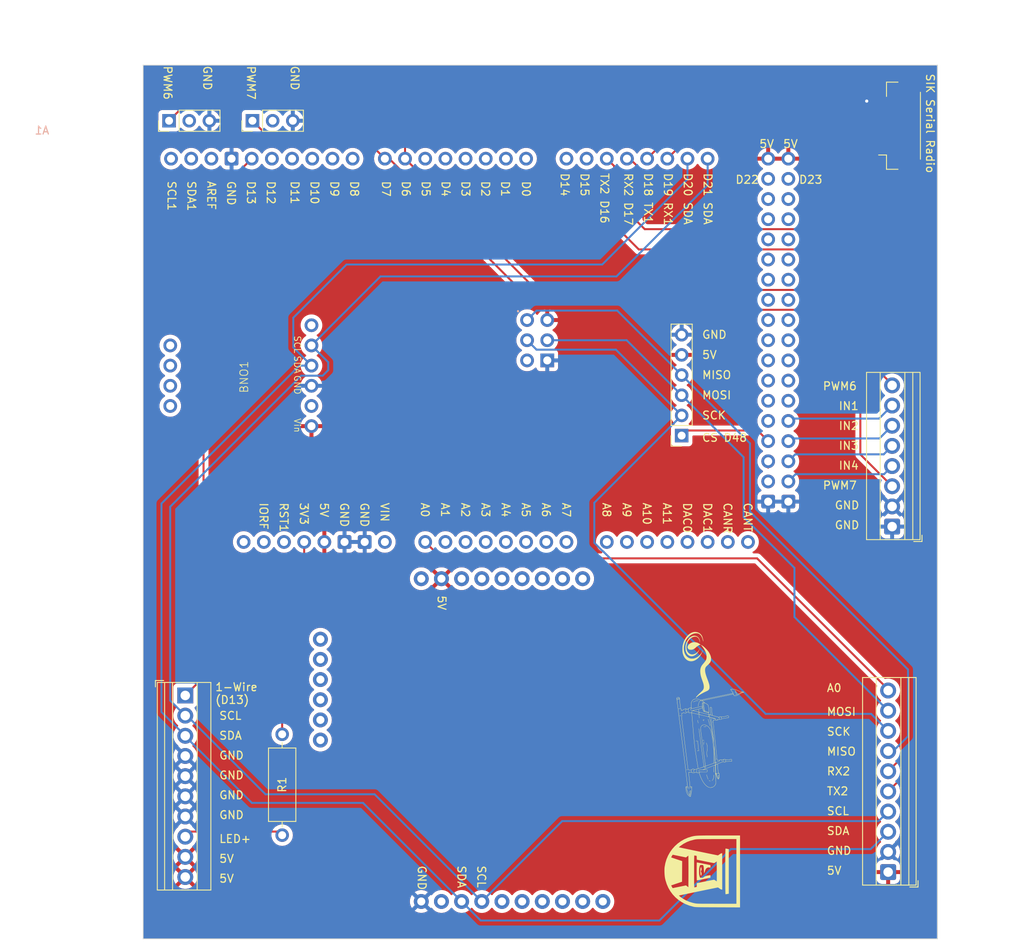
<source format=kicad_pcb>
(kicad_pcb (version 20240108) (generator "pcbnew") (generator_version "8.0")
  (layers (0 "F.Cu" signal) (31 "B.Cu" signal) (34 "B.Paste" user) (35 "F.Paste" user) (36 "B.SilkS" user "B.Silkscreen") (37 "F.SilkS" user "F.Silkscreen") (38 "B.Mask" user) (39 "F.Mask" user) (44 "Edge.Cuts" user))
  (net 0 "")
  (net 1 "VCC_5V")
  (net 2 "1-Wire")
  (net 22 "CS")
  (net 28 "TX2")
  (net 30 "TX1_GIGA")
  (net 31 "RX1_GIGA")
  (net 32 "SDA")
  (net 33 "SCL")
  (net 49 "IN2")
  (net 50 "IN1")
  (net 51 "unconnected-(A1-PadD50)")
  (net 52 "IN3")
  (net 54 "IN4")
  (net 57 "GND")
  (net 59 "MISO")
  (net 60 "MOSI")
  (net 63 "SCK")
  (net 95 "PWM_D7")
  (net 100 "RX2")
  (net 102 "A0")
  (net 108 "PWM_D6")
  (net 109 "3V3")
  (net 113 "Net-(J6-Pin_8)")
  (footprint "TerminalBlock:TerminalBlock_Xinya_XY308-2.54-8P_1x08_P2.54mm_Horizontal" (layer "F.Cu") (at 244.3 108.1 90)
    (property "Reference" "J8" (hide yes))
    (property "Value" "Conn_01x08_Socket")
    (pad "1" thru_hole roundrect (at 0 0 90) (size 2 2) (drill 1.2) (layers "*.Cu" "*.Mask") (roundrect_rratio 0.125) (net 57 "GND"))
    (pad "2" thru_hole circle (at 2.54 0 90) (size 2 2) (drill 1.2) (layers "*.Cu" "*.Mask") (net 57 "GND"))
    (pad "3" thru_hole circle (at 5.08 0 90) (size 2 2) (drill 1.2) (layers "*.Cu" "*.Mask") (net 95 "PWM_D7"))
    (pad "4" thru_hole circle (at 7.62 0 90) (size 2 2) (drill 1.2) (layers "*.Cu" "*.Mask") (net 54 "IN4"))
    (pad "5" thru_hole circle (at 10.16 0 90) (size 2 2) (drill 1.2) (layers "*.Cu" "*.Mask") (net 52 "IN3"))
    (pad "6" thru_hole circle (at 12.7 0 90) (size 2 2) (drill 1.2) (layers "*.Cu" "*.Mask") (net 49 "IN2"))
    (pad "7" thru_hole circle (at 15.24 0 90) (size 2 2) (drill 1.2) (layers "*.Cu" "*.Mask") (net 50 "IN1"))
    (pad "8" thru_hole circle (at 17.78 0 90) (size 2 2) (drill 1.2) (layers "*.Cu" "*.Mask") (net 108 "PWM_D6"))
  )
  (footprint "Graphics:water" (layer "F.Cu") (at 221.215939 127.746527 -90)
    (property "Reference" "G***" (hide yes))
    (property "Value" "LOGO" (hide yes))
  )
  (footprint "Connector_JST:JST_GH_SM06B-GHS-TB_1x06-1MP_P1.25mm_Horizontal" (layer "F.Cu") (at 245.3 57.625 90)
    (property "Reference" "J3" (hide yes))
    (property "Value" "Conn_01x06_Socket")
    (pad "1" smd roundrect (at -3.125 -1.85 90) (size 0.8 1.9) (layers "F.Cu" "F.Paste" "F.Mask") (net 1 "VCC_5V"))
    (pad "2" smd roundrect (at -1.875 -1.85 90) (size 0.8 1.9) (layers "F.Cu" "F.Paste" "F.Mask") (net 30 "TX1_GIGA"))
    (pad "3" smd roundrect (at -0.625 -1.85 90) (size 0.8 1.9) (layers "F.Cu" "F.Paste" "F.Mask") (net 31 "RX1_GIGA"))
    (pad "4" smd roundrect (at 0.625 -1.85 90) (size 0.8 1.9) (layers "F.Cu" "F.Paste" "F.Mask"))
    (pad "5" smd roundrect (at 1.875 -1.85 90) (size 0.8 1.9) (layers "F.Cu" "F.Paste" "F.Mask"))
    (pad "6" smd roundrect (at 3.125 -1.85 90) (size 0.8 1.9) (layers "F.Cu" "F.Paste" "F.Mask") (net 57 "GND"))
    (pad "MP" smd roundrect (at -5.1375 1.35 90) (size 1.325 2.7) (layers "F.Cu" "F.Paste" "F.Mask"))
    (pad "MP" smd roundrect (at 5.1375 1.35 90) (size 1.325 2.7) (layers "F.Cu" "F.Paste" "F.Mask"))
  )
  (footprint "ZedF9P:SparkfunZedF9P" (layer "F.Cu") (at 193.3 136.505)
    (property "Reference" "ZED-F9P1" (hide yes))
    (property "Value" "~" (hide yes))
    (pad "" thru_hole circle (at -20.985 -14.225) (size 1.8796 1.8796) (drill 1.016) (layers "*.Cu" "*.Mask"))
    (pad "" thru_hole circle (at -20.985 -4.065) (size 1.8796 1.8796) (drill 1.016) (layers "*.Cu" "*.Mask"))
    (pad "1" thru_hole circle (at 12.035 -21.845 270) (size 1.8796 1.8796) (drill 1.016) (layers "*.Cu" "*.Mask"))
    (pad "2" thru_hole circle (at 9.495 -21.845 270) (size 1.8796 1.8796) (drill 1.016) (layers "*.Cu" "*.Mask"))
    (pad "3" thru_hole circle (at 6.955 -21.845 270) (size 1.8796 1.8796) (drill 1.016) (layers "*.Cu" "*.Mask"))
    (pad "4" thru_hole circle (at 4.415 -21.845 270) (size 1.8796 1.8796) (drill 1.016) (layers "*.Cu" "*.Mask"))
    (pad "5" thru_hole circle (at 1.875 -21.845 270) (size 1.8796 1.8796) (drill 1.016) (layers "*.Cu" "*.Mask"))
    (pad "6" thru_hole circle (at -0.665 -21.845 270) (size 1.8796 1.8796) (drill 1.016) (layers "*.Cu" "*.Mask"))
    (pad "7" thru_hole circle (at -3.205 -21.845 270) (size 1.8796 1.8796) (drill 1.016) (layers "*.Cu" "*.Mask"))
    (pad "8" thru_hole circle (at -5.745 -21.845 270) (size 1.8796 1.8796) (drill 1.016) (layers "*.Cu" "*.Mask") (net 1 "VCC_5V"))
    (pad "9" thru_hole circle (at -8.285 -21.845 270) (size 1.8796 1.8796) (drill 1.016) (layers "*.Cu" "*.Mask"))
    (pad "10" thru_hole circle (at -20.985 -11.685) (size 1.8796 1.8796) (drill 1.016) (layers "*.Cu" "*.Mask"))
    (pad "11" thru_hole circle (at -20.985 -9.145) (size 1.8796 1.8796) (drill 1.016) (layers "*.Cu" "*.Mask"))
    (pad "12" thru_hole circle (at -20.985 -6.605) (size 1.8796 1.8796) (drill 1.016) (layers "*.Cu" "*.Mask"))
    (pad "13" thru_hole circle (at -20.985 -1.525) (size 1.8796 1.8796) (drill 1.016) (layers "*.Cu" "*.Mask"))
    (pad "14" thru_hole circle (at -8.285 18.795 90) (size 1.8796 1.8796) (drill 1.016) (layers "*.Cu" "*.Mask") (net 57 "GND"))
    (pad "15" thru_hole circle (at -5.745 18.795 90) (size 1.8796 1.8796) (drill 1.016) (layers "*.Cu" "*.Mask"))
    (pad "16" thru_hole circle (at -3.205 18.795 90) (size 1.8796 1.8796) (drill 1.016) (layers "*.Cu" "*.Mask") (net 32 "SDA"))
    (pad "17" thru_hole circle (at -0.665 18.795 90) (size 1.8796 1.8796) (drill 1.016) (layers "*.Cu" "*.Mask") (net 33 "SCL"))
    (pad "18" thru_hole circle (at 1.875 18.795 90) (size 1.8796 1.8796) (drill 1.016) (layers "*.Cu" "*.Mask"))
    (pad "19" thru_hole circle (at 4.415 18.795 90) (size 1.8796 1.8796) (drill 1.016) (layers "*.Cu" "*.Mask"))
    (pad "20" thru_hole circle (at 6.955 18.795 90) (size 1.8796 1.8796) (drill 1.016) (layers "*.Cu" "*.Mask"))
    (pad "21" thru_hole circle (at 9.495 18.795 90) (size 1.8796 1.8796) (drill 1.016) (layers "*.Cu" "*.Mask"))
    (pad "22" thru_hole circle (at 12.035 18.795 90) (size 1.8796 1.8796) (drill 1.016) (layers "*.Cu" "*.Mask"))
    (pad "23" thru_hole circle (at 14.575 18.795 90) (size 1.8796 1.8796) (drill 1.016) (layers "*.Cu" "*.Mask"))
  )
  (footprint "Graphics:boat" (layer "F.Cu") (at 221.2 135.5 -90)
    (property "Reference" "G***" (hide yes))
    (property "Value" "LOGO" (hide yes))
  )
  (footprint "Connector_PinSocket_2.54mm:PinSocket_1x06_P2.54mm_Vertical" (layer "F.Cu") (at 217.8 96.64 180)
    (property "Reference" "J1" (hide yes))
    (property "Value" "Conn_01x06_Socket")
    (pad "1" thru_hole rect (at 0 0 180) (size 1.7 1.7) (drill 1) (layers "*.Cu" "*.Mask") (net 22 "CS"))
    (pad "2" thru_hole oval (at 0 2.54 180) (size 1.7 1.7) (drill 1) (layers "*.Cu" "*.Mask") (net 63 "SCK"))
    (pad "3" thru_hole oval (at 0 5.08 180) (size 1.7 1.7) (drill 1) (layers "*.Cu" "*.Mask") (net 60 "MOSI"))
    (pad "4" thru_hole oval (at 0 7.62 180) (size 1.7 1.7) (drill 1) (layers "*.Cu" "*.Mask") (net 59 "MISO"))
    (pad "5" thru_hole oval (at 0 10.16 180) (size 1.7 1.7) (drill 1) (layers "*.Cu" "*.Mask") (net 1 "VCC_5V"))
    (pad "6" thru_hole oval (at 0 12.7 180) (size 1.7 1.7) (drill 1) (layers "*.Cu" "*.Mask") (net 57 "GND"))
  )
  (footprint "Connector_PinHeader_2.54mm:PinHeader_1x03_P2.54mm_Vertical" (layer "F.Cu") (at 153.26 57 90)
    (property "Reference" "J7" (hide yes))
    (property "Value" "Conn_01x02_Socket" (hide yes))
    (pad "1" thru_hole rect (at 0 0 90) (size 1.7 1.7) (drill 1) (layers "*.Cu" "*.Mask") (net 108 "PWM_D6"))
    (pad "2" thru_hole oval (at 0 2.54 90) (size 1.7 1.7) (drill 1) (layers "*.Cu" "*.Mask"))
    (pad "3" thru_hole oval (at 0 5.08 90) (size 1.7 1.7) (drill 1) (layers "*.Cu" "*.Mask") (net 57 "GND"))
  )
  (footprint "Graphics:AU" (layer "F.Cu") (at 220.4 151.5 -90)
    (property "Reference" "G***" (hide yes))
    (property "Value" "LOGO" (hide yes))
  )
  (footprint "Resistor_THT:R_Axial_DIN0309_L9.0mm_D3.2mm_P12.70mm_Horizontal" (layer "F.Cu") (at 167.5 134.25 -90)
    (property "Reference" "R1" (at 6.35 0 90) (layer "F.SilkS"))
    (property "Value" "R_US")
    (pad "1" thru_hole oval (at 0 0 270) (size 1.7 1.7) (drill 1) (layers "*.Cu" "*.Mask") (net 109 "3V3"))
    (pad "2" thru_hole oval (at 12.7 0 270) (size 1.7 1.7) (drill 1) (layers "*.Cu" "*.Mask") (net 113 "Net-(J6-Pin_8)"))
  )
  (footprint "TerminalBlock:TerminalBlock_Xinya_XY308-2.54-10P_1x10_P2.54mm_Horizontal" (layer "F.Cu") (at 155.3 129.36 -90)
    (property "Reference" "J6" (hide yes))
    (property "Value" "Conn_01x10_Socket")
    (pad "1" thru_hole rect (at 0 0 270) (size 2 2) (drill 1.2) (layers "*.Cu" "*.Mask") (net 2 "1-Wire"))
    (pad "2" thru_hole circle (at 2.54 0 270) (size 2 2) (drill 1.2) (layers "*.Cu" "*.Mask") (net 33 "SCL"))
    (pad "3" thru_hole circle (at 5.08 0 270) (size 2 2) (drill 1.2) (layers "*.Cu" "*.Mask") (net 32 "SDA"))
    (pad "4" thru_hole circle (at 7.62 0 270) (size 2 2) (drill 1.2) (layers "*.Cu" "*.Mask") (net 57 "GND"))
    (pad "5" thru_hole circle (at 10.16 0 270) (size 2 2) (drill 1.2) (layers "*.Cu" "*.Mask") (net 57 "GND"))
    (pad "6" thru_hole circle (at 12.7 0 270) (size 2 2) (drill 1.2) (layers "*.Cu" "*.Mask") (net 57 "GND"))
    (pad "7" thru_hole circle (at 15.24 0 270) (size 2 2) (drill 1.2) (layers "*.Cu" "*.Mask") (net 57 "GND"))
    (pad "8" thru_hole circle (at 17.78 0 270) (size 2 2) (drill 1.2) (layers "*.Cu" "*.Mask") (net 113 "Net-(J6-Pin_8)"))
    (pad "9" thru_hole circle (at 20.32 0 270) (size 2 2) (drill 1.2) (layers "*.Cu" "*.Mask") (net 1 "VCC_5V"))
    (pad "10" thru_hole circle (at 22.86 0 270) (size 2 2) (drill 1.2) (layers "*.Cu" "*.Mask") (net 1 "VCC_5V"))
  )
  (footprint "Connector_PinHeader_2.54mm:PinHeader_1x03_P2.54mm_Vertical" (layer "F.Cu") (at 163.76 57 90)
    (property "Reference" "J9" (hide yes))
    (property "Value" "Conn_01x02_Socket" (hide yes))
    (pad "1" thru_hole rect (at 0 0 90) (size 1.7 1.7) (drill 1) (layers "*.Cu" "*.Mask") (net 95 "PWM_D7"))
    (pad "2" thru_hole oval (at 0 2.54 90) (size 1.7 1.7) (drill 1) (layers "*.Cu" "*.Mask"))
    (pad "3" thru_hole oval (at 0 5.08 90) (size 1.7 1.7) (drill 1) (layers "*.Cu" "*.Mask") (net 57 "GND"))
  )
  (footprint "AdafruitBNO:BNOAdafruit" (layer "F.Cu") (at 163.209 89.265 90)
    (property "Reference" "BNO1" (at 0 -0.5 90) (layer "F.SilkS") (effects (font (thickness 0.1))))
    (property "Value" "~")
    (fp_text user "SCL" (at 4.097 6.203 -90) (layer "F.SilkS") (effects (font (size 0.8 0.8) (thickness 0.097536))))
    (fp_text user "Vin" (at -6.096 6.203 -90) (layer "F.SilkS") (effects (font (size 0.8 0.8) (thickness 0.097536))))
    (fp_text user "GND" (at -0.983 6.203 -90) (layer "F.SilkS") (effects (font (size 0.8 0.8) (thickness 0.097536))))
    (fp_text user "SDA" (at 1.557 6.203 -90) (layer "F.SilkS") (effects (font (size 0.8 0.8) (thickness 0.097536))))
    (pad "1" thru_hole oval (at -6.185 7.981 90) (size 1.7272 1.7272) (drill 1.016) (layers "*.Cu" "*.Mask") (net 1 "VCC_5V"))
    (pad "2" thru_hole oval (at -3.645 7.981 90) (size 1.7272 1.7272) (drill 1.016) (layers "*.Cu" "*.Mask"))
    (pad "3" thru_hole oval (at -1.105 7.981 90) (size 1.7272 1.7272) (drill 1.016) (layers "*.Cu" "*.Mask") (net 57 "GND"))
    (pad "4" thru_hole oval (at 1.435 7.981 90) (size 1.7272 1.7272) (drill 1.016) (layers "*.Cu" "*.Mask") (net 32 "SDA"))
    (pad "5" thru_hole oval (at 3.975 7.981 90) (size 1.7272 1.7272) (drill 1.016) (layers "*.Cu" "*.Mask") (net 33 "SCL"))
    (pad "6" thru_hole oval (at 6.515 7.981 90) (size 1.7272 1.7272) (drill 1.016) (layers "*.Cu" "*.Mask"))
    (pad "7" thru_hole oval (at 3.975 -9.799 90) (size 1.7272 1.7272) (drill 1.016) (layers "*.Cu" "*.Mask"))
    (pad "8" thru_hole oval (at 1.435 -9.799 90) (size 1.7272 1.7272) (drill 1.016) (layers "*.Cu" "*.Mask"))
    (pad "9" thru_hole oval (at -1.105 -9.799 90) (size 1.7272 1.7272) (drill 1.016) (layers "*.Cu" "*.Mask"))
    (pad "10" thru_hole oval (at -3.645 -9.799 90) (size 1.7272 1.7272) (drill 1.016) (layers "*.Cu" "*.Mask"))
  )
  (footprint "PCM_arduino-library:Arduino_Giga_R1_WiFi_Shield" (layer "F.Cu") (at 134.712 112.574)
    (property "Reference" "A1" (at 2.54 -54.356 0) (layer "B.SilkS") (effects (justify mirror)))
    (property "Value" "Arduino_Giga_R1_WiFi_Shield")
    (fp_text user "." (at 62.484 -32.004 0) (layer "B.SilkS"))
    (fp_text user "." (at 62.484 -32.004 0) (layer "F.SilkS"))
    (fp_text user "D0" (at 63.5 -46.99 -90) (layer "F.SilkS"))
    (pad "" thru_hole oval (at 27.94 -2.54) (size 1.7272 1.7272) (drill 1.016) (layers "*.Cu" "*.Mask"))
    (pad "3V3" thru_hole oval (at 35.56 -2.54) (size 1.7272 1.7272) (drill 1.016) (layers "*.Cu" "*.Mask") (net 109 "3V3"))
    (pad "5V1" thru_hole oval (at 38.1 -2.54) (size 1.7272 1.7272) (drill 1.016) (layers "*.Cu" "*.Mask") (net 1 "VCC_5V"))
    (pad "5V2" thru_hole oval (at 66.167 -30.48) (size 1.7272 1.7272) (drill 1.016) (layers "*.Cu" "*.Mask") (net 1 "VCC_5V"))
    (pad "5V3" thru_hole oval (at 93.98 -50.8) (size 1.7272 1.7272) (drill 1.016) (layers "*.Cu" "*.Mask") (net 1 "VCC_5V"))
    (pad "5V4" thru_hole oval (at 96.52 -50.8) (size 1.7272 1.7272) (drill 1.016) (layers "*.Cu" "*.Mask") (net 1 "VCC_5V"))
    (pad "A0" thru_hole oval (at 50.8 -2.54) (size 1.7272 1.7272) (drill 1.016) (layers "*.Cu" "*.Mask") (net 102 "A0"))
    (pad "A1" thru_hole oval (at 53.34 -2.54) (size 1.7272 1.7272) (drill 1.016) (layers "*.Cu" "*.Mask"))
    (pad "A2" thru_hole oval (at 55.88 -2.54) (size 1.7272 1.7272) (drill 1.016) (layers "*.Cu" "*.Mask"))
    (pad "A3" thru_hole oval (at 58.42 -2.54) (size 1.7272 1.7272) (drill 1.016) (layers "*.Cu" "*.Mask"))
    (pad "A4" thru_hole oval (at 60.96 -2.54) (size 1.7272 1.7272) (drill 1.016) (layers "*.Cu" "*.Mask"))
    (pad "A5" thru_hole oval (at 63.5 -2.54) (size 1.7272 1.7272) (drill 1.016) (layers "*.Cu" "*.Mask"))
    (pad "A6" thru_hole oval (at 66.04 -2.54) (size 1.7272 1.7272) (drill 1.016) (layers "*.Cu" "*.Mask"))
    (pad "A7" thru_hole oval (at 68.58 -2.54) (size 1.7272 1.7272) (drill 1.016) (layers "*.Cu" "*.Mask"))
    (pad "A8" thru_hole oval (at 73.66 -2.54) (size 1.7272 1.7272) (drill 1.016) (layers "*.Cu" "*.Mask"))
    (pad "A9" thru_hole oval (at 76.2 -2.54) (size 1.7272 1.7272) (drill 1.016) (layers "*.Cu" "*.Mask"))
    (pad "A10" thru_hole oval (at 78.74 -2.54) (size 1.7272 1.7272) (drill 1.016) (layers "*.Cu" "*.Mask"))
    (pad "A11" thru_hole oval (at 81.28 -2.54) (size 1.7272 1.7272) (drill 1.016) (layers "*.Cu" "*.Mask"))
    (pad "AREF" thru_hole oval (at 23.876 -50.8) (size 1.7272 1.7272) (drill 1.016) (layers "*.Cu" "*.Mask"))
    (pad "CANR" thru_hole oval (at 88.9 -2.54) (size 1.7272 1.7272) (drill 1.016) (layers "*.Cu" "*.Mask"))
    (pad "CANT" thru_hole oval (at 91.44 -2.54) (size 1.7272 1.7272) (drill 1.016) (layers "*.Cu" "*.Mask"))
    (pad "D0" thru_hole oval (at 63.5 -50.8) (size 1.7272 1.7272) (drill 1.016) (layers "*.Cu" "*.Mask"))
    (pad "D1" thru_hole oval (at 60.96 -50.8) (size 1.7272 1.7272) (drill 1.016) (layers "*.Cu" "*.Mask"))
    (pad "D2" thru_hole oval (at 58.42 -50.8) (size 1.7272 1.7272) (drill 1.016) (layers "*.Cu" "*.Mask"))
    (pad "D3" thru_hole oval (at 55.88 -50.8) (size 1.7272 1.7272) (drill 1.016) (layers "*.Cu" "*.Mask"))
    (pad "D4" thru_hole oval (at 53.34 -50.8) (size 1.7272 1.7272) (drill 1.016) (layers "*.Cu" "*.Mask"))
    (pad "D5" thru_hole oval (at 50.8 -50.8) (size 1.7272 1.7272) (drill 1.016) (layers "*.Cu" "*.Mask"))
    (pad "D6" thru_hole oval (at 48.26 -50.8) (size 1.7272 1.7272) (drill 1.016) (layers "*.Cu" "*.Mask") (net 108 "PWM_D6"))
    (pad "D7" thru_hole oval (at 45.72 -50.8) (size 1.7272 1.7272) (drill 1.016) (layers "*.Cu" "*.Mask") (net 95 "PWM_D7"))
    (pad "D8" thru_hole oval (at 41.656 -50.8) (size 1.7272 1.7272) (drill 1.016) (layers "*.Cu" "*.Mask"))
    (pad "D9" thru_hole oval (at 39.116 -50.8) (size 1.7272 1.7272) (drill 1.016) (layers "*.Cu" "*.Mask"))
    (pad "D10" thru_hole oval (at 36.576 -50.8) (size 1.7272 1.7272) (drill 1.016) (layers "*.Cu" "*.Mask"))
    (pad "D11" thru_hole oval (at 34.036 -50.8) (size 1.7272 1.7272) (drill 1.016) (layers "*.Cu" "*.Mask"))
    (pad "D12" thru_hole oval (at 31.496 -50.8) (size 1.7272 1.7272) (drill 1.016) (layers "*.Cu" "*.Mask"))
    (pad "D13" thru_hole oval (at 28.956 -50.8) (size 1.7272 1.7272) (drill 1.016) (layers "*.Cu" "*.Mask") (net 2 "1-Wire"))
    (pad "D14" thru_hole oval (at 68.58 -50.8) (size 1.7272 1.7272) (drill 1.016) (layers "*.Cu" "*.Mask"))
    (pad "D15" thru_hole oval (at 71.12 -50.8) (size 1.7272 1.7272) (drill 1.016) (layers "*.Cu" "*.Mask"))
    (pad "D16" thru_hole oval (at 73.66 -50.8) (size 1.7272 1.7272) (drill 1.016) (layers "*.Cu" "*.Mask") (net 28 "TX2"))
    (pad "D17" thru_hole oval (at 76.2 -50.8) (size 1.7272 1.7272) (drill 1.016) (layers "*.Cu" "*.Mask") (net 100 "RX2"))
    (pad "D18" thru_hole oval (at 78.74 -50.8) (size 1.7272 1.7272) (drill 1.016) (layers "*.Cu" "*.Mask") (net 30 "TX1_GIGA"))
    (pad "D19" thru_hole oval (at 81.28 -50.8) (size 1.7272 1.7272) (drill 1.016) (layers "*.Cu" "*.Mask") (net 31 "RX1_GIGA"))
    (pad "D20" thru_hole oval (at 83.82 -50.8) (size 1.7272 1.7272) (drill 1.016) (layers "*.Cu" "*.Mask") (net 32 "SDA"))
    (pad "D21" thru_hole oval (at 86.36 -50.8) (size 1.7272 1.7272) (drill 1.016) (layers "*.Cu" "*.Mask") (net 33 "SCL"))
    (pad "D22" thru_hole oval (at 93.98 -48.26) (size 1.7272 1.7272) (drill 1.016) (layers "*.Cu" "*.Mask"))
    (pad "D23" thru_hole oval (at 96.52 -48.26) (size 1.7272 1.7272) (drill 1.016) (layers "*.Cu" "*.Mask"))
    (pad "D24" thru_hole oval (at 93.98 -45.72) (size 1.7272 1.7272) (drill 1.016) (layers "*.Cu" "*.Mask"))
    (pad "D25" thru_hole oval (at 96.52 -45.72) (size 1.7272 1.7272) (drill 1.016) (layers "*.Cu" "*.Mask"))
    (pad "D26" thru_hole oval (at 93.98 -43.18) (size 1.7272 1.7272) (drill 1.016) (layers "*.Cu" "*.Mask"))
    (pad "D27" thru_hole oval (at 96.52 -43.18) (size 1.7272 1.7272) (drill 1.016) (layers "*.Cu" "*.Mask"))
    (pad "D28" thru_hole oval (at 93.98 -40.64) (size 1.7272 1.7272) (drill 1.016) (layers "*.Cu" "*.Mask"))
    (pad "D29" thru_hole oval (at 96.52 -40.64) (size 1.7272 1.7272) (drill 1.016) (layers "*.Cu" "*.Mask"))
    (pad "D30" thru_hole oval (at 93.98 -38.1) (size 1.7272 1.7272) (drill 1.016) (layers "*.Cu" "*.Mask"))
    (pad "D31" thru_hole oval (at 96.52 -38.1) (size 1.7272 1.7272) (drill 1.016) (layers "*.Cu" "*.Mask"))
    (pad "D32" thru_hole oval (at 93.98 -35.56) (size 1.7272 1.7272) (drill 1.016) (layers "*.Cu" "*.Mask"))
    (pad "D33" thru_hole oval (at 96.52 -35.56) (size 1.7272 1.7272) (drill 1.016) (layers "*.Cu" "*.Mask"))
    (pad "D34" thru_hole oval (at 93.98 -33.02) (size 1.7272 1.7272) (drill 1.016) (layers "*.Cu" "*.Mask"))
    (pad "D35" thru_hole oval (at 96.52 -33.02) (size 1.7272 1.7272) (drill 1.016) (layers "*.Cu" "*.Mask"))
    (pad "D36" thru_hole oval (at 93.98 -30.48) (size 1.7272 1.7272) (drill 1.016) (layers "*.Cu" "*.Mask"))
    (pad "D37" thru_hole oval (at 96.52 -30.48) (size 1.7272 1.7272) (drill 1.016) (layers "*.Cu" "*.Mask"))
    (pad "D38" thru_hole oval (at 93.98 -27.94) (size 1.7272 1.7272) (drill 1.016) (layers "*.Cu" "*.Mask"))
    (pad "D39" thru_hole oval (at 96.52 -27.94) (size 1.7272 1.7272) (drill 1.016) (layers "*.Cu" "*.Mask"))
    (pad "D40" thru_hole oval (at 93.98 -25.4) (size 1.7272 1.7272) (drill 1.016) (layers "*.Cu" "*.Mask"))
    (pad "D41" thru_hole oval (at 96.52 -25.4) (size 1.7272 1.7272) (drill 1.016) (layers "*.Cu" "*.Mask"))
    (pad "D42" thru_hole oval (at 93.98 -22.86) (size 1.7272 1.7272) (drill 1.016) (layers "*.Cu" "*.Mask"))
    (pad "D43" thru_hole oval (at 96.52 -22.86) (size 1.7272 1.7272) (drill 1.016) (layers "*.Cu" "*.Mask"))
    (pad "D44" thru_hole oval (at 93.98 -20.32) (size 1.7272 1.7272) (drill 1.016) (layers "*.Cu" "*.Mask"))
    (pad "D45" thru_hole oval (at 96.52 -20.32) (size 1.7272 1.7272) (drill 1.016) (layers "*.Cu" "*.Mask"))
    (pad "D46" thru_hole oval (at 93.98 -17.78) (size 1.7272 1.7272) (drill 1.016) (layers "*.Cu" "*.Mask"))
    (pad "D47" thru_hole oval (at 96.52 -17.78) (size 1.7272 1.7272) (drill 1.016) (layers "*.Cu" "*.Mask") (net 50 "IN1"))
    (pad "D48" thru_hole oval (at 93.98 -15.24) (size 1.7272 1.7272) (drill 1.016) (layers "*.Cu" "*.Mask") (net 22 "CS"))
    (pad "D49" thru_hole oval (at 96.52 -15.24) (size 1.7272 1.7272) (drill 1.016) (layers "*.Cu" "*.Mask") (net 49 "IN2"))
    (pad "D50" thru_hole oval (at 93.98 -12.7) (size 1.7272 1.7272) (drill 1.016) (layers "*.Cu" "*.Mask") (net 51 "unconnected-(A1-PadD50)"))
    (pad "D51" thru_hole oval (at 96.52 -12.7) (size 1.7272 1.7272) (drill 1.016) (layers "*.Cu" "*.Mask") (net 52 "IN3"))
    (pad "D52" thru_hole oval (at 93.98 -10.16) (size 1.7272 1.7272) (drill 1.016) (layers "*.Cu" "*.Mask"))
    (pad "D53" thru_hole oval (at 96.52 -10.16) (size 1.7272 1.7272) (drill 1.016) (layers "*.Cu" "*.Mask") (net 54 "IN4"))
    (pad "DAC0" thru_hole oval (at 83.82 -2.54) (size 1.7272 1.7272) (drill 1.016) (layers "*.Cu" "*.Mask"))
    (pad "DAC1" thru_hole oval (at 86.36 -2.54) (size 1.7272 1.7272) (drill 1.016) (layers "*.Cu" "*.Mask"))
    (pad "GND1" thru_hole roundrect (at 26.416 -50.8) (size 1.7272 1.7272) (drill 1.016) (layers "*.Cu" "*.Mask") (roundrect_rratio 0.1447429365) (net 57 "GND"))
    (pad "GND2" thru_hole roundrect (at 40.64 -2.54) (size 1.7272 1.7272) (drill 1.016) (layers "*.Cu" "*.Mask") (roundrect_rratio 0.1447429365) (net 57 "GND"))
    (pad "GND3" thru_hole roundrect (at 43.18 -2.54) (size 1.7272 1.7272) (drill 1.016) (layers "*.Cu" "*.Mask") (roundrect_rratio 0.1447429365) (net 57 "GND"))
    (pad "GND4" thru_hole rect (at 66.167 -25.4) (size 1.7272 1.7272) (drill 1.016) (layers "*.Cu" "*.Mask") (net 57 "GND"))
    (pad "GND5" thru_hole roundrect (at 93.98 -7.62) (size 1.7272 1.7272) (drill 1.016) (layers "*.Cu" "*.Mask") (roundrect_rratio 0.1447429365) (net 57 "GND"))
    (pad "GND6" thru_hole roundrect (at 96.52 -7.62) (size 1.7272 1.7272) (drill 1.016) (layers "*.Cu" "*.Mask") (roundrect_rratio 0.1447429365) (net 57 "GND"))
    (pad "IORF" thru_hole oval (at 30.48 -2.54) (size 1.7272 1.7272) (drill 1.016) (layers "*.Cu" "*.Mask"))
    (pad "MISO" thru_hole oval (at 63.627 -30.48) (size 1.7272 1.7272) (drill 1.016) (layers "*.Cu" "*.Mask") (net 59 "MISO"))
    (pad "MOSI" thru_hole oval (at 66.167 -27.94) (size 1.7272 1.7272) (drill 1.016) (layers "*.Cu" "*.Mask") (net 60 "MOSI"))
    (pad "RST1" thru_hole oval (at 33.02 -2.54) (size 1.7272 1.7272) (drill 1.016) (layers "*.Cu" "*.Mask"))
    (pad "RST2" thru_hole oval (at 63.627 -25.4) (size 1.7272 1.7272) (drill 1.016) (layers "*.Cu" "*.Mask"))
    (pad "SCK" thru_hole oval (at 63.627 -27.94) (size 1.7272 1.7272) (drill 1.016) (layers "*.Cu" "*.Mask") (net 63 "SCK"))
    (pad "SCL1" thru_hole oval (at 18.796 -50.8) (size 1.7272 1.7272) (drill 1.016) (layers "*.Cu" "*.Mask"))
    (pad "SDA1" thru_hole oval (at 21.336 -50.8) (size 1.7272 1.7272) (drill 1.016) (layers "*.Cu" "*.Mask"))
    (pad "VIN" thru_hole oval (at 45.72 -2.54) (size 1.7272 1.7272) (drill 1.016) (layers "*.Cu" "*.Mask"))
  )
  (footprint "TerminalBlock:TerminalBlock_Xinya_XY308-2.54-10P_1x10_P2.54mm_Horizontal" (layer "F.Cu") (at 243.8 151.6 90)
    (property "Reference" "J2" (hide yes))
    (property "Value" "Conn_01x08_Socket")
    (pad "1" thru_hole roundrect (at 0 0 90) (size 2 2) (drill 1.2) (layers "*.Cu" "*.Mask") (roundrect_rratio 0.125) (net 1 "VCC_5V"))
    (pad "2" thru_hole circle (at 2.54 0 90) (size 2 2) (drill 1.2) (layers "*.Cu" "*.Mask") (net 57 "GND"))
    (pad "3" thru_hole circle (at 5.08 0 90) (size 2 2) (drill 1.2) (layers "*.Cu" "*.Mask") (net 32 "SDA"))
    (pad "4" thru_hole circle (at 7.62 0 90) (size 2 2) (drill 1.2) (layers "*.Cu" "*.Mask") (net 33 "SCL"))
    (pad "5" thru_hole circle (at 10.16 0 90) (size 2 2) (drill 1.2) (layers "*.Cu" "*.Mask") (net 100 "RX2"))
    (pad "6" thru_hole circle (at 12.7 0 90) (size 2 2) (drill 1.2) (layers "*.Cu" "*.Mask") (net 28 "TX2"))
    (pad "7" thru_hole circle (at 15.24 0 90) (size 2 2) (drill 1.2) (layers "*.Cu" "*.Mask") (net 59 "MISO"))
    (pad "8" thru_hole circle (at 17.78 0 90) (size 2 2) (drill 1.2) (layers "*.Cu" "*.Mask") (net 63 "SCK"))
    (pad "9" thru_hole circle (at 20.32 0 90) (size 2 2) (drill 1.2) (layers "*.Cu" "*.Mask") (net 60 "MOSI"))
    (pad "10" thru_hole circle (at 22.86 0 90) (size 2 2) (drill 1.2) (layers "*.Cu" "*.Mask") (net 102 "A0"))
  )
  (gr_line (start 150 50) (end 250 50) (stroke (width 0.1)) (layer "Edge.Cuts"))
  (gr_line (start 250 160) (end 250 50) (stroke (width 0.1)) (layer "Edge.Cuts"))
  (gr_line (start 150 160) (end 250 160) (stroke (width 0.1)) (layer "Edge.Cuts"))
  (gr_line (start 150 50) (end 150 160) (stroke (width 0.1)) (layer "Edge.Cuts"))
  (gr_text "A4" (at 195.06 105 -90) (layer "F.SilkS") (effects (font (size 1 1)) (justify left bottom)))
  (gr_text "D6" (at 182.5 64.5 -90) (layer "F.SilkS") (effects (font (size 1 1)) (justify left bottom)))
  (gr_text "DAC1" (at 220.46 105 -90) (layer "F.SilkS") (effects (font (size 1 1)) (justify left bottom)))
  (gr_text "VIN" (at 179.82 105 -90) (layer "F.SilkS") (effects (font (size 1 1)) (justify left bottom)))
  (gr_text "RST1" (at 167.12 105 -90) (layer "F.SilkS") (effects (font (size 1 1)) (justify left bottom)))
  (gr_text "D10" (at 171 64.5 -90) (layer "F.SilkS") (effects (font (size 1 1)) (justify left bottom)))
  (gr_text "D9" (at 173.5 64.5 -90) (layer "F.SilkS") (effects (font (size 1 1)) (justify left bottom)))
  (gr_text "GND" (at 237 106 0) (layer "F.SilkS") (effects (font (size 1 1)) (justify left bottom)))
  (gr_text "RX2 D17" (at 210.5 63.5 270) (layer "F.SilkS") (effects (font (size 1 1)) (justify left bottom)))
  (gr_text "A10" (at 212.84 105 -90) (layer "F.SilkS") (effects (font (size 1 1)) (justify left bottom)))
  (gr_text "D13" (at 163 64.5 -90) (layer "F.SilkS") (effects (font (size 1 1)) (justify left bottom)))
  (gr_text "IN4" (at 237.5 101 0) (layer "F.SilkS") (effects (font (size 1 1)) (justify left bottom)))
  (gr_text "D2" (at 192.5 64.5 -90) (layer "F.SilkS") (effects (font (size 1 1)) (justify left bottom)))
  (gr_text "SCL" (at 236 144.5 0) (layer "F.SilkS") (effects (font (size 1 1)) (justify left bottom)))
  (gr_text "SCK" (at 236 134.5 0) (layer "F.SilkS") (effects (font (size 1 1)) (justify left bottom)))
  (gr_text "SCL" (at 192 150.7 270) (layer "F.SilkS") (effects (font (size 1 1)) (justify left bottom)))
  (gr_text "D14" (at 202.5 63.5 -90) (layer "F.SilkS") (effects (font (size 1 1)) (justify left bottom)))
  (gr_text "LED+" (at 159.5 148 0) (layer "F.SilkS") (effects (font (size 1 1)) (justify left bottom)))
  (gr_text "MISO" (at 220.3 89.6 0) (layer "F.SilkS") (effects (font (size 1 1)) (justify left bottom)))
  (gr_text "SCL1" (at 153 64.5 -90) (layer "F.SilkS") (effects (font (size 1 1)) (justify left bottom)))
  (gr_text "A6" (at 200.14 105 -90) (layer "F.SilkS") (effects (font (size 1 1)) (justify left bottom)))
  (gr_text "D11" (at 168.5 64.5 -90) (layer "F.SilkS") (effects (font (size 1 1)) (justify left bottom)))
  (gr_text "SCL" (at 159.5 132.5 0) (layer "F.SilkS") (effects (font (size 1 1)) (justify left bottom)))
  (gr_text "5V" (at 159.5 153 0) (layer "F.SilkS") (effects (font (size 1 1)) (justify left bottom)))
  (gr_text "D4" (at 187.5 64.5 -90) (layer "F.SilkS") (effects (font (size 1 1)) (justify left bottom)))
  (gr_text "PWM6" (at 152.5 50 270) (layer "F.SilkS") (effects (font (size 1 1)) (justify left bottom)))
  (gr_text "GND" (at 159.5 140 0) (layer "F.SilkS") (effects (font (size 1 1)) (justify left bottom)))
  (gr_text "DAC0" (at 217.92 105 -90) (layer "F.SilkS") (effects (font (size 1 1)) (justify left bottom)))
  (gr_text "A3" (at 192.52 105 -90) (layer "F.SilkS") (effects (font (size 1 1)) (justify left bottom)))
  (gr_text "IORF" (at 164.58 105 -90) (layer "F.SilkS") (effects (font (size 1 1)) (justify left bottom)))
  (gr_text "D3" (at 190 64.5 -90) (layer "F.SilkS") (effects (font (size 1 1)) (justify left bottom)))
  (gr_text "5V" (at 187 116.7 -90) (layer "F.SilkS") (effects (font (size 1 1)) (justify left bottom)))
  (gr_text "TX2" (at 236 142 0) (layer "F.SilkS") (effects (font (size 1 1)) (justify left bottom)))
  (gr_text "TX2 D16" (at 207.5 63.5 270) (layer "F.SilkS") (effects (font (size 1 1)) (justify left bottom)))
  (gr_text "RX2" (at 236 139.5 0) (layer "F.SilkS") (effects (font (size 1 1)) (justify left bottom)))
  (gr_text "D12" (at 165.5 64.5 -90) (layer "F.SilkS") (effects (font (size 1 1)) (justify left bottom)))
  (gr_text "A11" (at 215.38 105 -90) (layer "F.SilkS") (effects (font (size 1 1)) (justify left bottom)))
  (gr_text "1-Wire\n(D13)" (at 159 130.5 0) (layer "F.SilkS") (effects (font (size 1 1)) (justify left bottom)))
  (gr_text "A0" (at 236 129 0) (layer "F.SilkS") (effects (font (size 1 1)) (justify left bottom)))
  (gr_text "3V3" (at 169.66 105 -90) (layer "F.SilkS") (effects (font (size 1 1)) (justify left bottom)))
  (gr_text "GND" (at 157.5 50 -90) (layer "F.SilkS") (effects (font (size 1 1)) (justify left bottom)))
  (gr_text "5V" (at 236 152 0) (layer "F.SilkS") (effects (font (size 1 1)) (justify left bottom)))
  (gr_text "SDA" (at 189.5 150.7 -90) (layer "F.SilkS") (effects (font (size 1 1)) (justify left bottom)))
  (gr_text "PWM6" (at 235.5 91 0) (layer "F.SilkS") (effects (font (size 1 1)) (justify left bottom)))
  (gr_text "D21 SDA" (at 220.5 63.5 -90) (layer "F.SilkS") (effects (font (size 1 1)) (justify left bottom)))
  (gr_text "MOSI\n" (at 220.3 92.14 0) (layer "F.SilkS") (effects (font (size 1 1)) (justify left bottom)))
  (gr_text "SDA" (at 236 147 0) (layer "F.SilkS") (effects (font (size 1 1)) (justify left bottom)))
  (gr_text "IN2" (at 237.5 96 0) (layer "F.SilkS") (effects (font (size 1 1)) (justify left bottom)))
  (gr_text "GND" (at 159.5 137.5 0) (layer "F.SilkS") (effects (font (size 1 1)) (justify left bottom)))
  (gr_text "MOSI" (at 236 132 0) (layer "F.SilkS") (effects (font (size 1 1)) (justify left bottom)))
  (gr_text "D20 SDA" (at 218 63.5 270) (layer "F.SilkS") (effects (font (size 1 1)) (justify left bottom)))
  (gr_text "CANT" (at 225.54 105 -90) (layer "F.SilkS") (effects (font (size 1 1)) (justify left bottom)))
  (gr_text "IN1" (at 237.5 93.5 0) (layer "F.SilkS") (effects (font (size 1 1)) (justify left bottom)))
  (gr_text "GND" (at 159.5 145 0) (layer "F.SilkS") (effects (font (size 1 1)) (justify left bottom)))
  (gr_text "SCK" (at 220.3 94.68 0) (layer "F.SilkS") (effects (font (size 1 1)) (justify left bottom)))
  (gr_text "D22" (at 224.5 65 0) (layer "F.SilkS") (effects (font (size 1 1)) (justify left bottom)))
  (gr_text "A9" (at 210.3 105 -90) (layer "F.SilkS") (effects (font (size 1 1)) (justify left bottom)))
  (gr_text "GND" (at 220.3 84.52 0) (layer "F.SilkS") (effects (font (size 1 1)) (justify left bottom)))
  (gr_text "PWM7" (at 163 50 270) (layer "F.SilkS") (effects (font (size 1 1)) (justify left bottom)))
  (gr_text "GND" (at 168.5 50 -90) (layer "F.SilkS") (effects (font (size 1 1)) (justify left bottom)))
  (gr_text "IN3" (at 237.5 98.5 0) (layer "F.SilkS") (effects (font (size 1 1)) (justify left bottom)))
  (gr_text "A0" (at 184.9 105 -90) (layer "F.SilkS") (effects (font (size 1 1)) (justify left bottom)))
  (gr_text "CS D48\n\n" (at 220.3 99.1 0) (layer "F.SilkS") (effects (font (size 1 1)) (justify left bottom)))
  (gr_text "A8" (at 207.76 105 -90) (layer "F.SilkS") (effects (font (size 1 1)) (justify left bottom)))
  (gr_text "D15" (at 205 63.5 -90) (layer "F.SilkS") (effects (font (size 1 1)) (justify left bottom)))
  (gr_text "GND" (at 237 108.5 0) (layer "F.SilkS") (effects (font (size 1 1)) (justify left bottom)))
  (gr_text "5V" (at 230.5 60.5 0) (layer "F.SilkS") (effects (font (size 1 1)) (justify left bottom)))
  (gr_text "D23" (at 232.5 65 0) (layer "F.SilkS") (effects (font (size 1 1)) (justify left bottom)))
  (gr_text "D7" (at 180 64.5 -90) (layer "F.SilkS") (effects (font (size 1 1)) (justify left bottom)))
  (gr_text "GND" (at 184.5 150.7 -90) (layer "F.SilkS") (effects (font (size 1 1)) (justify left bottom)))
  (gr_text "5V" (at 220.3 87.06 0) (layer "F.SilkS") (effects (font (size 1 1)) (justify left bottom)))
  (gr_text "AREF" (at 158 64.5 -90) (layer "F.SilkS") (effects (font (size 1 1)) (justify left bottom)))
  (gr_text "A5" (at 197.6 105 -90) (layer "F.SilkS") (effects (font (size 1 1)) (justify left bottom)))
  (gr_text "SIK Serial Radio" (at 248.5 51 -90) (layer "F.SilkS") (effects (font (size 1 1)) (justify left bottom)))
  (gr_text "D8" (at 176 64.5 -90) (layer "F.SilkS") (effects (font (size 1 1)) (justify left bottom)))
  (gr_text "GND" (at 159.5 142.5 0) (layer "F.SilkS") (effects (font (size 1 1)) (justify left bottom)))
  (gr_text "D18 TX1" (at 213 63.5 270) (layer "F.SilkS") (effects (font (size 1 1)) (justify left bottom)))
  (gr_text "5V" (at 172.2 105 -90) (layer "F.SilkS") (effects (font (size 1 1)) (justify left bottom)))
  (gr_text "5V" (at 159.5 150.5 0) (layer "F.SilkS") (effects (font (size 1 1)) (justify left bottom)))
  (gr_text "PWM7" (at 235.5 103.5 0) (layer "F.SilkS") (effects (font (size 1 1)) (justify left bottom)))
  (gr_text "D19 RX1" (at 215.5 63.5 270) (layer "F.SilkS") (effects (font (size 1 1)) (justify left bottom)))
  (gr_text "GND" (at 160.5 64.5 -90) (layer "F.SilkS") (effects (font (size 1 1)) (justify left bottom)))
  (gr_text "D1" (at 195 64.5 -90) (layer "F.SilkS") (effects (font (size 1 1)) (justify left bottom)))
  (gr_text "A2\n" (at 189.98 105 -90) (layer "F.SilkS") (effects (font (size 1 1)) (justify left bottom)))
  (gr_text "GND" (at 236 149.5 0) (layer "F.SilkS") (effects (font (size 1 1)) (justify left bottom)))
  (gr_text "5V" (at 227.5 60.5 0) (layer "F.SilkS") (effects (font (size 1 1)) (justify left bottom)))
  (gr_text "GND" (at 177.28 105 -90) (layer "F.SilkS") (effects (font (size 1 1)) (justify left bottom)))
  (gr_text "A7" (at 202.68 105 -90) (layer "F.SilkS") (effects (font (size 1 1)) (justify left bottom)))
  (gr_text "SDA" (at 159.5 135 0) (layer "F.SilkS") (effects (font (size 1 1)) (justify left bottom)))
  (gr_text "GND" (at 174.74 105 -90) (layer "F.SilkS") (effects (font (size 1 1)) (justify left bottom)))
  (gr_text "A1" (at 187.44 105 -90) (layer "F.SilkS") (effects (font (size 1 1)) (justify left bottom)))
  (gr_text "D5" (at 185 64.5 -90) (layer "F.SilkS") (effects (font (size 1 1)) (justify left bottom)))
  (gr_text "MISO" (at 236 137 0) (layer "F.SilkS") (effects (font (size 1 1)) (justify left bottom)))
  (gr_text "SDA1" (at 155.5 64.5 -90) (layer "F.SilkS") (effects (font (size 1 1)) (justify left bottom)))
  (gr_text "CANR" (at 223 105 -90) (layer "F.SilkS") (effects (font (size 1 1)) (justify left bottom)))
  (segment (start 162.3 67.2) (end 162.3 63.142) (width 0.25) (layer "F.Cu") (net 2))
  (segment (start 155.3 129.36) (end 157.6 127.06) (width 0.25) (layer "F.Cu") (net 2))
  (segment (start 162.3 63.142) (end 163.668 61.774) (width 0.25) (layer "F.Cu") (net 2))
  (segment (start 157.6 127.06) (end 157.6 71.9) (width 0.25) (layer "F.Cu") (net 2))
  (segment (start 157.6 71.9) (end 162.3 67.2) (width 0.25) (layer "F.Cu") (net 2))
  (segment (start 218.44 96) (end 227.358 96) (width 0.25) (layer "F.Cu") (net 22))
  (segment (start 227.358 96) (end 228.692 97.334) (width 0.25) (layer "F.Cu") (net 22))
  (segment (start 217.8 96.64) (end 218.44 96) (width 0.25) (layer "F.Cu") (net 22))
  (segment (start 247.8 134.9) (end 247.8 134.4) (width 0.25) (layer "F.Cu") (net 28))
  (segment (start 247.8 81.1) (end 239.9 73.2) (width 0.25) (layer "F.Cu") (net 28))
  (segment (start 209.3 62.702) (end 208.372 61.774) (width 0.25) (layer "F.Cu") (net 28))
  (segment (start 243.8 138.9) (end 247.8 134.9) (width 0.25) (layer "F.Cu") (net 28))
  (segment (start 212.4 73.2) (end 209.3 70.1) (width 0.25) (layer "F.Cu") (net 28))
  (segment (start 247.8 134.4) (end 247.8 81.1) (width 0.25) (layer "F.Cu") (net 28))
  (segment (start 209.3 70.1) (end 209.3 62.702) (width 0.25) (layer "F.Cu") (net 28))
  (segment (start 239.9 73.2) (end 212.4 73.2) (width 0.25) (layer "F.Cu") (net 28))
  (segment (start 217.576 57.65) (end 213.452 61.774) (width 0.25) (layer "F.Cu") (net 30))
  (segment (start 246.4 58.125) (end 246.4 54.725) (width 0.25) (layer "F.Cu") (net 30))
  (segment (start 243.45 59.5) (end 245.025 59.5) (width 0.25) (layer "F.Cu") (net 30))
  (segment (start 245.025 59.5) (end 246.4 58.125) (width 0.25) (layer "F.Cu") (net 30))
  (segment (start 243.45 59.5) (end 243.001996 59.5) (width 0.25) (layer "F.Cu") (net 30))
  (segment (start 246.4 54.725) (end 244.35 52.675) (width 0.25) (layer "F.Cu") (net 30))
  (segment (start 224.454604 52.675) (end 244.35 52.675) (width 0.25) (layer "F.Cu") (net 30))
  (segment (start 217.576 57.65) (end 219.479604 57.65) (width 0.25) (layer "F.Cu") (net 30))
  (segment (start 219.479604 57.65) (end 224.454604 52.675) (width 0.25) (layer "F.Cu") (net 30))
  (segment (start 244.4 58.25) (end 245.5 57.15) (width 0.25) (layer "F.Cu") (net 31))
  (segment (start 224.641 53.125) (end 215.992 61.774) (width 0.25) (layer "F.Cu") (net 31))
  (segment (start 243.45 58.25) (end 244.4 58.25) (width 0.25) (layer "F.Cu") (net 31))
  (segment (start 243.8 53.125) (end 224.641 53.125) (width 0.25) (layer "F.Cu") (net 31))
  (segment (start 245.5 54.825) (end 243.8 53.125) (width 0.25) (layer "F.Cu") (net 31))
  (segment (start 245.5 57.15) (end 245.5 54.825) (width 0.25) (layer "F.Cu") (net 31))
  (segment (start 175.6 75.1) (end 207.8 75.1) (width 0.25) (layer "B.Cu") (net 32))
  (segment (start 171.19 87.83) (end 169.67 87.83) (width 0.25) (layer "B.Cu") (net 32))
  (segment (start 224 148.7) (end 241.6 148.7) (width 0.25) (layer "B.Cu") (net 32))
  (segment (start 163.686701 142.886701) (end 177.681701 142.886701) (width 0.25) (layer "B.Cu") (net 32))
  (segment (start 192.495 157.7) (end 215 157.7) (width 0.25) (layer "B.Cu") (net 32))
  (segment (start 241.6 148.7) (end 241.8 148.5) (width 0.25) (layer "B.Cu") (net 32))
  (segment (start 215 157.7) (end 224 148.7) (width 0.25) (layer "B.Cu") (net 32))
  (segment (start 152.3 105.2) (end 152.3 131.44) (width 0.25) (layer "B.Cu") (net 32))
  (segment (start 155.3 134.44) (end 155.3 134.5) (width 0.25) (layer "B.Cu") (net 32))
  (segment (start 177.681701 142.886701) (end 190.095 155.3) (width 0.25) (layer "B.Cu") (net 32))
  (segment (start 169.67 87.83) (end 152.3 105.2) (width 0.25) (layer "B.Cu") (net 32))
  (segment (start 168.9 85.54) (end 168.9 81.8) (width 0.25) (layer "B.Cu") (net 32))
  (segment (start 218.532 64.368) (end 218.532 61.774) (width 0.25) (layer "B.Cu") (net 32))
  (segment (start 155.3 134.5) (end 163.686701 142.886701) (width 0.25) (layer "B.Cu") (net 32))
  (segment (start 171.19 87.83) (end 168.9 85.54) (width 0.25) (layer "B.Cu") (net 32))
  (segment (start 207.8 75.1) (end 218.532 64.368) (width 0.25) (layer "B.Cu") (net 32))
  (segment (start 241.8 148.5) (end 241.82 148.5) (width 0.25) (layer "B.Cu") (net 32))
  (segment (start 168.9 81.8) (end 175.6 75.1) (width 0.25) (layer "B.Cu") (net 32))
  (segment (start 190.095 155.3) (end 192.495 157.7) (width 0.25) (layer "B.Cu") (net 32))
  (segment (start 243.78 146.5) (end 243.8 146.52) (width 0.25) (layer "B.Cu") (net 32))
  (segment (start 241.82 148.5) (end 243.8 146.52) (width 0.25) (layer "B.Cu") (net 32))
  (segment (start 152.3 131.44) (end 155.3 134.44) (width 0.25) (layer "B.Cu") (net 32))
  (segment (start 169.9 89.1) (end 172.6 89.1) (width 0.25) (layer "B.Cu") (net 33))
  (segment (start 173.3 88.4) (end 173.3 87.4) (width 0.25) (layer "B.Cu") (net 33))
  (segment (start 171.19 85.29) (end 179.88 76.6) (width 0.25) (layer "B.Cu") (net 33))
  (segment (start 155.5 131.9) (end 165.4 141.8) (width 0.25) (layer "B.Cu") (net 33))
  (segment (start 179.135 141.8) (end 192.635 155.3) (width 0.25) (layer "B.Cu") (net 33))
  (segment (start 155.1 131.9) (end 155.3 131.9) (width 0.25) (layer "B.Cu") (net 33))
  (segment (start 209.59 76.6) (end 221.072 65.118) (width 0.25) (layer "B.Cu") (net 33))
  (segment (start 171.19 85.29) (end 171.19 85.39) (width 0.25) (layer "B.Cu") (net 33))
  (segment (start 192.635 155.3) (end 202.755 145.18) (width 0.25) (layer "B.Cu") (net 33))
  (segment (start 153.4 105.6) (end 169.9 89.1) (width 0.25) (layer "B.Cu") (net 33))
  (segment (start 202.755 145.18) (end 242.6 145.18) (width 0.25) (layer "B.Cu") (net 33))
  (segment (start 155.3 131.9) (end 155.5 131.9) (width 0.25) (layer "B.Cu") (net 33))
  (segment (start 155.3 131.9) (end 153.4 130) (width 0.25) (layer "B.Cu") (net 33))
  (segment (start 242.6 145.18) (end 243.8 143.98) (width 0.25) (layer "B.Cu") (net 33))
  (segment (start 173.3 87.4) (end 171.19 85.29) (width 0.25) (layer "B.Cu") (net 33))
  (segment (start 179.88 76.6) (end 209.59 76.6) (width 0.25) (layer "B.Cu") (net 33))
  (segment (start 221.072 65.118) (end 221.072 61.774) (width 0.25) (layer "B.Cu") (net 33))
  (segment (start 172.6 89.1) (end 173.3 88.4) (width 0.25) (layer "B.Cu") (net 33))
  (segment (start 165.4 141.8) (end 179.135 141.8) (width 0.25) (layer "B.Cu") (net 33))
  (segment (start 153.4 130) (end 153.4 105.6) (width 0.25) (layer "B.Cu") (net 33))
  (segment (start 244.3 95.4) (end 242.7 97) (width 0.25) (layer "B.Cu") (net 49))
  (segment (start 231.566 97) (end 231.232 97.334) (width 0.25) (layer "B.Cu") (net 49))
  (segment (start 242.7 97) (end 231.566 97) (width 0.25) (layer "B.Cu") (net 49))
  (segment (start 231.526 94.5) (end 231.232 94.794) (width 0.25) (layer "B.Cu") (net 50))
  (segment (start 244.3 92.86) (end 242.66 94.5) (width 0.25) (layer "B.Cu") (net 50))
  (segment (start 242.66 94.5) (end 231.526 94.5) (width 0.25) (layer "B.Cu") (net 50))
  (segment (start 228.614 100.6) (end 228.692 100.678) (width 0.25) (layer "F.Cu") (net 51))
  (segment (start 243.24 99) (end 232.106 99) (width 0.25) (layer "B.Cu") (net 52))
  (segment (start 244.3 97.94) (end 243.24 99) (width 0.25) (layer "B.Cu") (net 52))
  (segment (start 232.106 99) (end 231.232 99.874) (width 0.25) (layer "B.Cu") (net 52))
  (segment (start 232.146 101.5) (end 231.232 102.414) (width 0.25) (layer "B.Cu") (net 54))
  (segment (start 244.3 100.48) (end 243.28 101.5) (width 0.25) (layer "B.Cu") (net 54))
  (segment (start 243.28 101.5) (end 232.146 101.5) (width 0.25) (layer "B.Cu") (net 54))
  (segment (start 241.3 54.5) (end 241.125 54.5) (width 0.25) (layer "F.Cu") (net 57))
  (segment (start 241.1 54.525) (end 241.125 54.5) (width 0.25) (layer "F.Cu") (net 57))
  (segment (start 241.3 54.5) (end 243.45 54.5) (width 0.25) (layer "F.Cu") (net 57))
  (via (at 241.1 54.525) (size 0.8) (drill 0.4) (layers "F.Cu" "B.Cu") (net 57))
  (segment (start 243.8 136.36) (end 244.44 136.36) (width 0.25) (layer "B.Cu") (net 59))
  (segment (start 199.5276 80.9054) (end 209.6854 80.9054) (width 0.25) (layer "B.Cu") (net 59))
  (segment (start 226.4 106.2) (end 226.4 97.62) (width 0.25) (layer "B.Cu") (net 59))
  (segment (start 246.3 126.1) (end 226.4 106.2) (width 0.25) (layer "B.Cu") (net 59))
  (segment (start 246.3 134.5) (end 246.3 126.1) (width 0.25) (layer "B.Cu") (net 59))
  (segment (start 226.4 97.62) (end 217.8 89.02) (width 0.25) (layer "B.Cu") (net 59))
  (segment (start 198.339 82.094) (end 199.5276 80.9054) (width 0.25) (layer "B.Cu") (net 59))
  (segment (start 244.44 136.36) (end 246.3 134.5) (width 0.25) (layer "B.Cu") (net 59))
  (segment (start 209.6854 80.9054) (end 217.8 89.02) (width 0.25) (layer "B.Cu") (net 59))
  (segment (start 225.6 106.9) (end 225.6 99.36) (width 0.25) (layer "B.Cu") (net 60))
  (segment (start 210.874 84.634) (end 217.8 91.56) (width 0.25) (layer "B.Cu") (net 60))
  (segment (start 243.8 131.28) (end 232 119.48) (width 0.25) (layer "B.Cu") (net 60))
  (segment (start 232 119.48) (end 232 113.3) (width 0.25) (layer "B.Cu") (net 60))
  (segment (start 232 113.3) (end 225.6 106.9) (width 0.25) (layer "B.Cu") (net 60))
  (segment (start 200.879 84.634) (end 210.874 84.634) (width 0.25) (layer "B.Cu") (net 60))
  (segment (start 225.6 99.36) (end 217.8 91.56) (width 0.25) (layer "B.Cu") (net 60))
  (segment (start 206.8 105.1) (end 217.8 94.1) (width 0.25) (layer "B.Cu") (net 63))
  (segment (start 207.879665 111.2226) (end 206.8 110.142935) (width 0.25) (layer "B.Cu") (net 63))
  (segment (start 228.38 131.68) (end 207.9226 111.2226) (width 0.25) (layer "B.Cu") (net 63))
  (segment (start 241.66 131.68) (end 228.38 131.68) (width 0.25) (layer "B.Cu") (net 63))
  (segment (start 209.5226 85.8226) (end 217.8 94.1) (width 0.25) (layer "B.Cu") (net 63))
  (segment (start 198.339 84.634) (end 199.5276 85.8226) (width 0.25) (layer "B.Cu") (net 63))
  (segment (start 243.8 133.82) (end 241.66 131.68) (width 0.25) (layer "B.Cu") (net 63))
  (segment (start 206.8 110.142935) (end 206.8 105.1) (width 0.25) (layer "B.Cu") (net 63))
  (segment (start 207.9226 111.2226) (end 207.879665 111.2226) (width 0.25) (layer "B.Cu") (net 63))
  (segment (start 199.5276 85.8226) (end 209.5226 85.8226) (width 0.25) (layer "B.Cu") (net 63))
  (segment (start 163.76 57) (end 165.76 59) (width 0.25) (layer "F.Cu") (net 95))
  (segment (start 177.658 59) (end 180.432 61.774) (width 0.25) (layer "F.Cu") (net 95))
  (segment (start 225.5 79.2) (end 227.1 80.8) (width 0.25) (layer "F.Cu") (net 95))
  (segment (start 198.4 79.2) (end 225.5 79.2) (width 0.25) (layer "F.Cu") (net 95))
  (segment (start 240.3 99.02) (end 244.3 103.02) (width 0.25) (layer "F.Cu") (net 95))
  (segment (start 227.1 80.8) (end 232.5 80.8) (width 0.25) (layer "F.Cu") (net 95))
  (segment (start 240.3 88.6) (end 240.3 99.02) (width 0.25) (layer "F.Cu") (net 95))
  (segment (start 232.5 80.8) (end 240.3 88.6) (width 0.25) (layer "F.Cu") (net 95))
  (segment (start 165.76 59) (end 177.658 59) (width 0.25) (layer "F.Cu") (net 95))
  (segment (start 180.974 61.774) (end 198.4 79.2) (width 0.25) (layer "F.Cu") (net 95))
  (segment (start 180.432 61.774) (end 180.974 61.774) (width 0.25) (layer "F.Cu") (net 95))
  (segment (start 212.25 69.45) (end 212.2 69.4) (width 0.25) (layer "F.Cu") (net 100))
  (segment (start 213.15 70.65) (end 212.25 69.75) (width 0.25) (layer "F.Cu") (net 100))
  (segment (start 211.274 61.774) (end 210.912 61.774) (width 0.25) (layer "F.Cu") (net 100))
  (segment (start 239.6 70.65) (end 213.15 70.65) (width 0.25) (layer "F.Cu") (net 100))
  (segment (start 248.7 136.54) (end 248.7 79.75) (width 0.25) (layer "F.Cu") (net 100))
  (segment (start 248.7 79.75) (end 239.6 70.65) (width 0.25) (layer "F.Cu") (net 100))
  (segment (start 212.2 69.4) (end 212.2 62.7) (width 0.25) (layer "F.Cu") (net 100))
  (segment (start 243.8 141.44) (end 248.7 136.54) (width 0.25) (layer "F.Cu") (net 100))
  (segment (start 212.2 62.7) (end 211.274 61.774) (width 0.25) (layer "F.Cu") (net 100))
  (segment (start 212.25 69.75) (end 212.25 69.45) (width 0.25) (layer "F.Cu") (net 100))
  (segment (start 227.3 112.1) (end 187.578 112.1) (width 0.25) (layer "F.Cu") (net 102))
  (segment (start 187.578 112.1) (end 185.512 110.034) (width 0.25) (layer "F.Cu") (net 102))
  (segment (start 243.8 128.6) (end 227.3 112.1) (width 0.25) (layer "F.Cu") (net 102))
  (segment (start 243.8 128.74) (end 243.8 128.6) (width 0.25) (layer "F.Cu") (net 102))
  (segment (start 182.972 61.774) (end 182.972 59.972) (width 0.25) (layer "F.Cu") (net 108))
  (segment (start 244.3 90.32) (end 244.3 90.2) (width 0.25) (layer "F.Cu") (net 108))
  (segment (start 232.4 78.3) (end 199.498 78.3) (width 0.25) (layer "F.Cu") (net 108))
  (segment (start 182.972 59.972) (end 178 55) (width 0.25) (layer "F.Cu") (net 108))
  (segment (start 199.498 78.3) (end 182.972 61.774) (width 0.25) (layer "F.Cu") (net 108))
  (segment (start 244.3 90.2) (end 232.4 78.3) (width 0.25) (layer "F.Cu") (net 108))
  (segment (start 178 55) (end 155.26 55) (width 0.25) (layer "F.Cu") (net 108))
  (segment (start 155.26 55) (end 153.26 57) (width 0.25) (layer "F.Cu") (net 108))
  (segment (start 167.5 134.25) (end 167.5 120.35) (width 0.25) (layer "F.Cu") (net 109))
  (segment (start 170.272 117.578) (end 170.272 110.034) (width 0.25) (layer "F.Cu") (net 109))
  (segment (start 167.5 120.35) (end 170.272 117.578) (width 0.25) (layer "F.Cu") (net 109))
  (segment (start 155.3 147.14) (end 155.94 146.5) (width 0.25) (layer "F.Cu") (net 113))
  (segment (start 155.94 146.5) (end 167.05 146.5) (width 0.25) (layer "F.Cu") (net 113))
  (segment (start 167.05 146.5) (end 167.5 146.95) (width 0.25) (layer "F.Cu") (net 113))
  (zone (net 1) (net_name "VCC_5V") (layer "F.Cu") (connect_pads (clearance 0.5)) (min_thickness 0.25) (fill yes (thermal_gap 0.5) (thermal_bridge_width 0.5))
    (polygon (pts (xy 149.5 49.5) (xy 250.5 49.5) (xy 250.4 160.5) (xy 148.8 161.2)))
  )
  (zone (net 57) (net_name "GND") (layer "B.Cu") (priority 1) (connect_pads (clearance 0.5)) (min_thickness 0.25) (fill yes (thermal_gap 0.5) (thermal_bridge_width 0.5))
    (polygon (pts (xy 149.5 49.5) (xy 250.5 49.5) (xy 250.3 160.8) (xy 148.5 161.1)))
  )
)
</source>
